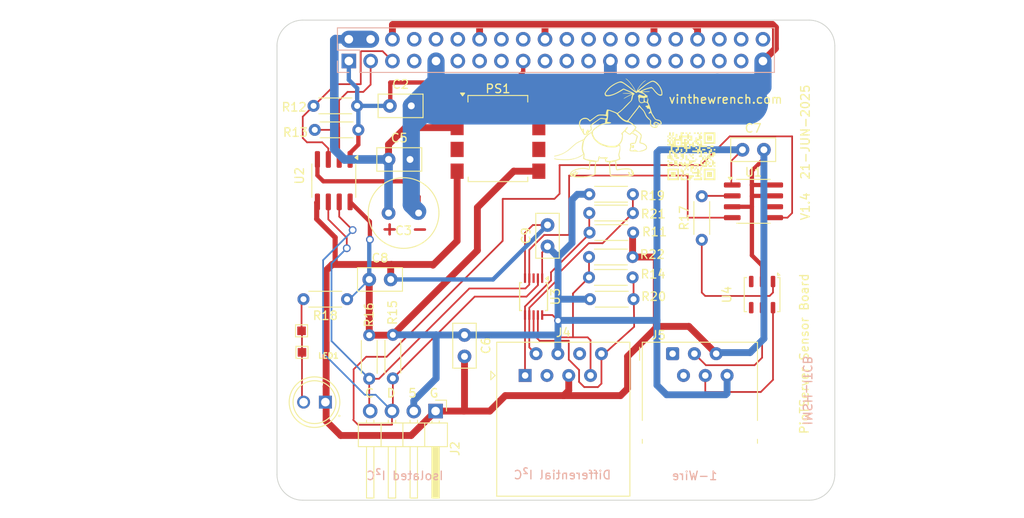
<source format=kicad_pcb>
(kicad_pcb (version 20241229) (generator "pcbnew") (generator_version "9.0")
  (title_block (date "15 nov 2012"))
  (layers (0 "F.Cu" signal) (2 "B.Cu" signal) (13 "F.Paste" user) (15 "B.Paste" user) (5 "F.SilkS" user "F.Silkscreen") (7 "B.SilkS" user "B.Silkscreen") (1 "F.Mask" user) (3 "B.Mask" user) (25 "Edge.Cuts" user))
  (net 0 "")
  (net 1 "GND")
  (net 2 "/GPIO2{slash}SDA1")
  (net 3 "/GPIO3{slash}SCL1")
  (net 4 "/GPIO4{slash}GPCLK0")
  (net 5 "/GPIO14{slash}TXD0")
  (net 6 "/GPIO15{slash}RXD0")
  (net 7 "/GPIO17")
  (net 8 "/GPIO18{slash}PCM.CLK")
  (net 9 "/GPIO27")
  (net 10 "/GPIO22")
  (net 11 "/GPIO23")
  (net 12 "/GPIO24")
  (net 13 "/GPIO10{slash}SPI0.MOSI")
  (net 14 "/GPIO9{slash}SPI0.MISO")
  (net 15 "/GPIO25")
  (net 16 "/GPIO11{slash}SPI0.SCLK")
  (net 17 "/GPIO8{slash}SPI0.CE0")
  (net 18 "/GPIO7{slash}SPI0.CE1")
  (net 19 "/ID_SDA")
  (net 20 "/ID_SCL")
  (net 21 "/GPIO5")
  (net 22 "/GPIO6")
  (net 23 "/GPIO12{slash}PWM0")
  (net 24 "/GPIO13{slash}PWM1")
  (net 25 "/GPIO19{slash}PCM.FS")
  (net 26 "/GPIO16")
  (net 27 "/GPIO26")
  (net 28 "/GPIO20{slash}PCM.DIN")
  (net 29 "/GPIO21{slash}PCM.DOUT")
  (net 30 "+5V")
  (net 31 "+3V3")
  (net 32 "ISO GND")
  (net 33 "ISO +5V")
  (net 34 "/ISO SDA")
  (net 35 "/ISO SCL")
  (net 36 "/OW")
  (net 37 "/RT")
  (net 38 "/SCL+")
  (net 41 "/SCL-")
  (net 42 "/SDA-")
  (net 43 "/SDA+")
  (net 51 "Net-(U1-IO)")
  (net 53 "Net-(U4-P$1)")
  (net 56 "Net-(LED1-PadA)")
  (footprint "MountingHole:MountingHole_2.7mm_M2.5" (layer "F.Cu") (at 161.5 47.5)
    (property "Reference" "MH2" (hide yes))
    (property "Value" "MountingHole_2.7mm_M2.5" (hide yes))
  )
  (footprint "Resistor_THT:R_Axial_DIN0204_L3.6mm_D1.6mm_P5.08mm_Horizontal" (layer "F.Cu") (at 149.5 69.62 90)
    (property "Reference" "R17")
    (property "Value" "100")
  )
  (footprint "TestPoint:TestPoint_Pad_1.0x1.0mm" (layer "F.Cu") (at 102.86 80.24)
    (property "Reference" "TP1" (hide yes))
    (property "Value" "TestPoint_Small")
  )
  (footprint "Capacitor_THT:C_Disc_D5.0mm_W2.5mm_P2.50mm" (layer "F.Cu") (at 121.85 80.725 -90)
    (property "Reference" "C6")
    (property "Value" "0.1uf")
  )
  (footprint "Capacitor_THT:C_Disc_D5.0mm_W2.5mm_P2.50mm" (layer "F.Cu") (at 154.24 59.12)
    (property "Reference" "C7")
    (property "Value" "0.1uf")
  )
  (footprint "Package_SO:SSO-8_6.7x9.8mm_P2.54mm_Clearance8mm" (layer "F.Cu") (at 125.75 57.81)
    (property "Reference" "PS1")
    (property "Value" "RECOM R1SE-05050")
  )
  (footprint "" (layer "F.Cu") (at 161.5 70.21)
    (property "Reference" "")
    (property "Value" "")
  )
  (footprint "Resistor_THT:R_Axial_DIN0204_L3.6mm_D1.6mm_P5.08mm_Horizontal" (layer "F.Cu") (at 113.5 80.71 -90)
    (property "Reference" "R15")
    (property "Value" "4.7k")
  )
  (footprint "Resistor_THT:R_Axial_DIN0204_L3.6mm_D1.6mm_P5.08mm_Horizontal" (layer "F.Cu") (at 109.34 54 180)
    (property "Reference" "R12")
    (property "Value" "4.7k")
  )
  (footprint "Connector_RJ:RJ12_Amphenol_54601-x06_Horizontal" (layer "F.Cu") (at 146.1 82.91)
    (property "Reference" "J5")
    (property "Value" "RJ12")
  )
  (footprint "Capacitor_THT:C_Disc_D5.0mm_W2.5mm_P2.50mm" (layer "F.Cu") (at 110.75 74.25)
    (property "Reference" "C8")
    (property "Value" "0.1uf")
  )
  (footprint "Capacitor_THT:C_Disc_D5.0mm_W2.5mm_P2.50mm" (layer "F.Cu") (at 113 60.25)
    (property "Reference" "C5")
    (property "Value" "0.1uf")
  )
  (footprint "LOGO" (layer "F.Cu") (at 148.29 59.88 180)
    (property "Reference" "G***" (hide yes))
    (property "Value" "LOGO" (hide yes))
  )
  (footprint "MountingHole:MountingHole_2.7mm_M2.5" (layer "F.Cu") (at 103.5 96.5)
    (property "Reference" "MH3" (hide yes))
    (property "Value" "MountingHole_2.7mm_M2.5" (hide yes))
  )
  (footprint "Connector_PinHeader_2.54mm:PinHeader_1x04_P2.54mm_Horizontal" (layer "F.Cu") (at 118.48 89.6 -90)
    (property "Reference" "J2")
    (property "Value" "nodeLync")
  )
  (footprint "MountingHole:MountingHole_2.7mm_M2.5" (layer "F.Cu") (at 103.5 47.5)
    (property "Reference" "MH1" (hide yes))
    (property "Value" "MountingHole_2.7mm_M2.5" (hide yes))
  )
  (footprint "Resistor_THT:R_Axial_DIN0204_L3.6mm_D1.6mm_P5.08mm_Horizontal" (layer "F.Cu") (at 136.36 71.63)
    (property "Reference" "R22")
    (property "Value" "390")
  )
  (footprint "" (layer "F.Cu") (at 103.5 70.52)
    (property "Reference" "")
    (property "Value" "")
  )
  (footprint "Resistor_THT:R_Axial_DIN0204_L3.6mm_D1.6mm_P5.08mm_Horizontal" (layer "F.Cu") (at 141.44 74.01 180)
    (property "Reference" "R14")
    (property "Value" "100")
  )
  (footprint "Resistor_THT:R_Axial_DIN0204_L3.6mm_D1.6mm_P5.08mm_Horizontal" (layer "F.Cu") (at 141.47 66.5 180)
    (property "Reference" "R11")
    (property "Value" "100")
  )
  (footprint "Capacitor_THT:C_Disc_D5.0mm_W2.5mm_P2.50mm" (layer "F.Cu") (at 113.15 54)
    (property "Reference" "C2")
    (property "Value" "100n")
  )
  (footprint "Resistor_THT:R_Axial_DIN0204_L3.6mm_D1.6mm_P5.08mm_Horizontal" (layer "F.Cu") (at 108.165 76.55 180)
    (property "Reference" "R18")
    (property "Value" "160")
  )
  (footprint "Package_SO:SOIC-8_3.9x4.9mm_P1.27mm" (layer "F.Cu") (at 106.615 62.725 -90)
    (property "Reference" "U2")
    (property "Value" "ISO1541")
  )
  (footprint "Resistor_THT:R_Axial_DIN0204_L3.6mm_D1.6mm_P5.08mm_Horizontal" (layer "F.Cu") (at 136.47 76.55)
    (property "Reference" "R20")
    (property "Value" "390")
  )
  (footprint "Resistor_THT:R_Axial_DIN0204_L3.6mm_D1.6mm_P5.08mm_Horizontal" (layer "F.Cu") (at 136.42 68.78)
    (property "Reference" "R21")
    (property "Value" "390")
  )
  (footprint "MountingHole:MountingHole_2.7mm_M2.5" (layer "F.Cu") (at 161.5 96.5)
    (property "Reference" "MH4" (hide yes))
    (property "Value" "MountingHole_2.7mm_M2.5" (hide yes))
  )
  (footprint "Resistor_THT:R_Axial_DIN0204_L3.6mm_D1.6mm_P5.08mm_Horizontal" (layer "F.Cu") (at 110.75 80.75 -90)
    (property "Reference" "R16")
    (property "Value" "4.7k")
  )
  (footprint "TestPoint:TestPoint_Pad_1.0x1.0mm" (layer "F.Cu") (at 102.91 82.75)
    (property "Reference" "TP2" (hide yes))
    (property "Value" "TestPoint_Small")
  )
  (footprint "Capacitor_THT:C_Disc_D5.0mm_W2.5mm_P2.50mm" (layer "F.Cu") (at 131.525 70.4 90)
    (property "Reference" "C9")
    (property "Value" "0.1uf")
  )
  (footprint "Package_SO:TSSOP-10_3x3mm_P0.5mm" (layer "F.Cu") (at 129.9 76.25 -90)
    (property "Reference" "U3")
    (property "Value" "PCA9615DP")
  )
  (footprint "Resistor_THT:R_Axial_DIN0204_L3.6mm_D1.6mm_P5.08mm_Horizontal" (layer "F.Cu") (at 109.48 56.8 180)
    (property "Reference" "R13")
    (property "Value" "4.7k")
  )
  (footprint "Package_SO_J-Lead:TSOC-6_3.76x3.94mm_P1.27mm" (layer "F.Cu") (at 156.53 76.015 -90)
    (property "Reference" "U4")
    (property "Value" "DS9503P")
  )
  (footprint "Capacitor_THT:C_Radial_D8.0mm_H11.5mm_P3.50mm" (layer "F.Cu") (at 113 66.5)
    (property "Reference" "C3")
    (property "Value" "6.8uf")
  )
  (footprint "Package_SO:SOIC-8_3.9x4.9mm_P1.27mm" (layer "F.Cu") (at 155.525 65.135)
    (property "Reference" "U1")
    (property "Value" "DS2482S-100_")
  )
  (footprint "AARDVARK:aard1" (layer "F.Cu") (at 138.65 56.64)
    (property "Reference" "X" (hide yes))
    (property "Value" "LOGO" (hide yes))
  )
  (footprint "WP7113ID:LED_WP7113ID" (layer "F.Cu") (at 104.37 88.56 180)
    (property "Reference" "LED1")
    (property "Value" "WP7113ID")
  )
  (footprint "Resistor_THT:R_Axial_DIN0204_L3.6mm_D1.6mm_P5.08mm_Horizontal" (layer "F.Cu") (at 136.39 64.31)
    (property "Reference" "R19")
    (property "Value" "390")
  )
  (footprint "Connector_RJ:RJ45_Amphenol_54602-x08_Horizontal" (layer "F.Cu") (at 128.9175 85.45)
    (property "Reference" "J4")
    (property "Value" "RJ45")
  )
  (footprint "Connector_PinSocket_2.54mm:PinSocket_2x20_P2.54mm_Vertical" (layer "B.Cu") (at 108.37 48.77 -90)
    (property "Reference" "J1" (hide yes))
    (property "Value" "GPIO" (hide yes))
  )
  (gr_line (start 141.62 79.77) (end 141.58 76.54) (stroke (width 0.2)) (layer "F.Cu") (net 43))
  (gr_line (start 138.21 82.84) (end 141.62 79.77) (stroke (width 0.2)) (layer "F.Cu") (net 43))
  (gr_arc (start 162 44) (mid 164.12132 44.87868) (end 165 47) (stroke (width 0.1)) (layer "Edge.Cuts"))
  (gr_line (start 165 97) (end 165 47) (stroke (width 0.1)) (layer "Edge.Cuts"))
  (gr_arc (start 103 100) (mid 100.87868 99.12132) (end 100 97) (stroke (width 0.1)) (layer "Edge.Cuts"))
  (gr_line (start 103 100) (end 162 100) (stroke (width 0.1)) (layer "Edge.Cuts"))
  (gr_arc (start 165 97) (mid 164.12132 99.12132) (end 162 100) (stroke (width 0.1)) (layer "Edge.Cuts"))
  (gr_arc (start 100 47) (mid 100.87868 44.87868) (end 103 44) (stroke (width 0.1)) (layer "Edge.Cuts"))
  (gr_line (start 100 47) (end 100 97) (stroke (width 0.1)) (layer "Edge.Cuts"))
  (gr_line (start 162 44) (end 103 44) (stroke (width 0.1)) (layer "Edge.Cuts"))
  (gr_text "+" (at 112 69.18 0) (layer "F.Cu") (effects (font (size 1.5 1.5) (thickness 0.3) (bold yes)) (justify left bottom)))
  (gr_text "-" (at 115.53 69.2 0) (layer "F.Cu") (effects (font (size 1.5 1.5) (thickness 0.3) (bold yes)) (justify left bottom)))
  (gr_text "V1.4  21-JUN-2025\n" (at 162.15 67.44 90) (layer "F.SilkS") (effects (font (size 1 1)) (justify left bottom)))
  (gr_text "vinthewrench.com" (at 145.56 53.82 0) (layer "F.SilkS") (effects (font (size 1 1)) (justify left bottom)))
  (gr_text " C  D  5  G" (at 109.41 88.1 0) (layer "F.SilkS") (effects (font (size 1 1)) (justify left bottom)))
  (gr_text "PioTServer Sensor Board" (at 162.025 92.375 90) (layer "F.SilkS") (effects (font (size 1 1)) (justify left bottom)))
  (gr_text "Isolated I²C " (at 119.48 97.73 0) (layer "B.SilkS") (effects (font (size 1 1)) (justify left bottom mirror)))
  (gr_text "Differential I²C " (at 139.02 97.64 0) (layer "B.SilkS") (effects (font (size 1 1)) (justify left bottom mirror)))
  (gr_text "1-Wire" (at 151.4 97.73 0) (layer "B.SilkS") (effects (font (size 1 1)) (justify left bottom mirror)))
  (gr_text "IMSH-ITCB" (at 161.2 91.35 -90) (layer "B.SilkS") (effects (font (size 1 1)) (justify left bottom mirror)))
  (segment (start 105.4 62.8) (end 114.7 62.8) (width 0.5) (layer "F.Cu") (net 1))
  (segment (start 123.5 44.5) (end 131.25 44.5) (width 0.8) (layer "F.Cu") (net 1))
  (segment (start 148.5 44.5) (end 149.01 45.01) (width 0.8) (layer "F.Cu") (net 1))
  (segment (start 123.61 46.23) (end 123.61 44.61) (width 0.8) (layer "F.Cu") (net 1))
  (segment (start 131.25 44.5) (end 143.75 44.5) (width 0.8) (layer "F.Cu") (net 1))
  (segment (start 149.01 45.01) (end 149.01 46.23) (width 0.8) (layer "F.Cu") (net 1))
  (segment (start 143.93 46.23) (end 143.93 44.68) (width 0.8) (layer "F.Cu") (net 1))
  (segment (start 116.5 64.6) (end 116.5 66.5) (width 0.5) (layer "F.Cu") (net 1))
  (segment (start 157.726012 44.5) (end 148.5 44.5) (width 0.8) (layer "F.Cu") (net 1))
  (segment (start 115.65 54) (end 120.99 54) (width 0.8) (layer "F.Cu") (net 1))
  (segment (start 123.61 44.61) (end 123.5 44.5) (width 0.8) (layer "F.Cu") (net 1))
  (segment (start 104.71 61.224999) (end 104.71 62.11) (width 0.5) (layer "F.Cu") (net 1))
  (segment (start 113.45 44.55) (end 113.5 44.5) (width 0.8) (layer "F.Cu") (net 1))
  (segment (start 143.93 44.68) (end 143.75 44.5) (width 0.8) (layer "F.Cu") (net 1))
  (segment (start 113.45 46.23) (end 113.45 44.55) (width 0.8) (layer "F.Cu") (net 1))
  (segment (start 131.23 44.52) (end 131.25 44.5) (width 0.8) (layer "F.Cu") (net 1))
  (segment (start 143.75 44.5) (end 148.5 44.5) (width 0.8) (layer "F.Cu") (net 1))
  (segment (start 156.63 48.77) (end 158.081 47.319) (width 0.8) (layer "F.Cu") (net 1))
  (segment (start 104.71 60.25) (end 104.71 61.224999) (width 0.2) (layer "F.Cu") (net 1))
  (segment (start 114.7 62.8) (end 116.5 64.6) (width 0.5) (layer "F.Cu") (net 1))
  (segment (start 158.081 47.319) (end 158.081 44.854988) (width 0.8) (layer "F.Cu") (net 1))
  (segment (start 113.5 44.5) (end 123.5 44.5) (width 0.8) (layer "F.Cu") (net 1))
  (segment (start 131.23 46.23) (end 131.23 44.52) (width 0.8) (layer "F.Cu") (net 1))
  (segment (start 158.081 44.854988) (end 157.726012 44.5) (width 0.8) (layer "F.Cu") (net 1))
  (segment (start 104.71 62.11) (end 105.4 62.8) (width 0.5) (layer "F.Cu") (net 1))
  (segment (start 118.75 51.25) (end 151.3 51.25) (width 2) (layer "B.Cu") (net 1))
  (segment (start 118.75 51.25) (end 118.53 51.03) (width 2) (layer "B.Cu") (net 1))
  (segment (start 115.65 56.425) (end 115.65 65.55) (width 2) (layer "B.Cu") (net 1))
  (segment (start 151.3 51.25) (end 156.01 51.25) (width 2) (layer "B.Cu") (net 1))
  (segment (start 152.9 51.25) (end 151.3 51.25) (width 0.2) (layer "B.Cu") (net 1))
  (segment (start 156.63 50.63) (end 156.63 48.77) (width 2) (layer "B.Cu") (net 1))
  (segment (start 118.4 51.25) (end 115.65 54) (width 2) (layer "B.Cu") (net 1))
  (segment (start 156.63 51.78) (end 154.735 53.675) (width 2) (layer "B.Cu") (net 1))
  (segment (start 115.65 65.55) (end 116.4 66.3) (width 2) (layer "B.Cu") (net 1))
  (segment (start 156.63 50.63) (end 156.63 51.78) (width 2) (layer "B.Cu") (net 1))
  (segment (start 156.01 51.25) (end 156.63 50.63) (width 2) (layer "B.Cu") (net 1))
  (segment (start 118.53 51.03) (end 118.53 48.77) (width 2) (layer "B.Cu") (net 1))
  (segment (start 115.65 56.425) (end 116.8 55.275) (width 2) (layer "B.Cu") (net 1))
  (segment (start 118.75 51.25) (end 118.4 51.25) (width 2) (layer "B.Cu") (net 1))
  (segment (start 138.85 48.77) (end 138.85 51.1) (width 1.5) (layer "B.Cu") (net 1))
  (segment (start 116.8 55.275) (end 117.55 54.525) (width 2) (layer "B.Cu") (net 1))
  (segment (start 115.65 54) (end 115.65 56.425) (width 2) (layer "B.Cu") (net 1))
  (segment (start 154.735 53.675) (end 118.4 53.675) (width 5) (layer "B.Cu") (net 1))
  (segment (start 107.235 56.5) (end 107.235 53.355) (width 0.2) (layer "F.Cu") (net 2))
  (segment (start 107.235 53.355) (end 108.22 52.37) (width 0.2) (layer "F.Cu") (net 2))
  (segment (start 107.235 56.8) (end 104.4 56.8) (width 0.2) (layer "F.Cu") (net 2))
  (segment (start 107.25 59.75) (end 107.25 56.515) (width 0.2) (layer "F.Cu") (net 2))
  (segment (start 107.235 56.5) (end 107.235 56.8) (width 0.2) (layer "F.Cu") (net 2))
  (segment (start 108.22 52.37) (end 110.06 52.37) (width 0.2) (layer "F.Cu") (net 2))
  (segment (start 110.06 52.37) (end 110.91 51.52) (width 0.2) (layer "F.Cu") (net 2))
  (segment (start 107.25 56.515) (end 107.235 56.5) (width 0.2) (layer "F.Cu") (net 2))
  (segment (start 110.91 51.52) (end 110.91 48.77) (width 0.2) (layer "F.Cu") (net 2))
  (segment (start 105.98 58.966372) (end 105.263628 58.25) (width 0.2) (layer "F.Cu") (net 3))
  (segment (start 112.299 47.619) (end 113.45 48.77) (width 0.2) (layer "F.Cu") (net 3))
  (segment (start 104.26 54) (end 103 55.26) (width 0.2) (layer "F.Cu") (net 3))
  (segment (start 103 55.26) (end 103 57.75) (width 0.2) (layer "F.Cu") (net 3))
  (segment (start 104.26 54) (end 104.3 54) (width 0.2) (layer "F.Cu") (net 3))
  (segment (start 109.851 47.619) (end 112.299 47.619) (width 0.2) (layer "F.Cu") (net 3))
  (segment (start 109.759 47.711) (end 109.851 47.619) (width 0.2) (layer "F.Cu") (net 3))
  (segment (start 104.3 54) (end 106.83 51.47) (width 0.2) (layer "F.Cu") (net 3))
  (segment (start 106.83 51.47) (end 109.759 51.47) (width 0.2) (layer "F.Cu") (net 3))
  (segment (start 105.98 59.75) (end 105.98 58.966372) (width 0.2) (layer "F.Cu") (net 3))
  (segment (start 105.263628 58.25) (end 103.5 58.25) (width 0.2) (layer "F.Cu") (net 3))
  (segment (start 103.5 58.25) (end 103 57.75) (width 0.2) (layer "F.Cu") (net 3))
  (segment (start 109.759 51.47) (end 109.759 47.711) (width 0.2) (layer "F.Cu") (net 3))
  (segment (start 120.99 56.54) (end 114.96 56.54) (width 0.8) (layer "F.Cu") (net 30))
  (segment (start 114.96 56.54) (end 113 58.5) (width 0.8) (layer "F.Cu") (net 30))
  (segment (start 113 58.5) (end 113 60.25) (width 0.8) (layer "F.Cu") (net 30))
  (segment (start 113 60.25) (end 113 66.5) (width 1) (layer "B.Cu") (net 30))
  (segment (start 106.675 46.325) (end 106.675 59.075) (width 1) (layer "B.Cu") (net 30))
  (segment (start 108.37 46.23) (end 106.83 46.23) (width 1) (layer "B.Cu") (net 30))
  (segment (start 106.8 46.2) (end 106.675 46.325) (width 1) (layer "B.Cu") (net 30))
  (segment (start 108.37 46.23) (end 110.91 46.23) (width 2) (layer "B.Cu") (net 30))
  (segment (start 106.675 59.075) (end 107.85 60.25) (width 1) (layer "B.Cu") (net 30))
  (segment (start 107.85 60.25) (end 113 60.25) (width 1) (layer "B.Cu") (net 30))
  (segment (start 109.48 58.52) (end 108.505 59.495) (width 0.5) (layer "F.Cu") (net 31))
  (segment (start 113.2 51.275) (end 113.2 53.95) (width 0.5) (layer "F.Cu") (net 31))
  (segment (start 109.48 56.8) (end 109.48 58.52) (width 0.5) (layer "F.Cu") (net 31))
  (segment (start 113.2 53.95) (end 113.15 54) (width 0.2) (layer "F.Cu") (net 31))
  (segment (start 128.69 48.77) (end 128.69 50.035) (width 0.5) (layer "F.Cu") (net 31))
  (segment (start 127.45 51.275) (end 113.2 51.275) (width 0.5) (layer "F.Cu") (net 31))
  (segment (start 128.69 50.035) (end 127.45 51.275) (width 0.5) (layer "F.Cu") (net 31))
  (segment (start 109.48 56.8) (end 109.48 54.14) (width 0.5) (layer "B.Cu") (net 31))
  (segment (start 108.37 50.97) (end 108.37 48.77) (width 0.5) (layer "B.Cu") (net 31))
  (segment (start 109.48 54.14) (end 109.34 54) (width 0.5) (layer "B.Cu") (net 31))
  (segment (start 109.34 54) (end 109.34 51.94) (width 0.5) (layer "B.Cu") (net 31))
  (segment (start 109.34 54) (end 113.15 54) (width 0.5) (layer "B.Cu") (net 31))
  (segment (start 109.34 51.94) (end 108.37 50.97) (width 0.5) (layer "B.Cu") (net 31))
  (segment (start 151.18 82.91) (end 147.995 79.725) (width 0.8) (layer "F.Cu") (net 32))
  (segment (start 155.342093 64.54) (end 155.342093 65.77) (width 0.5) (layer "F.Cu") (net 32))
  (segment (start 143.9325 80.1425) (end 144.35 79.725) (width 0.8) (layer "F.Cu") (net 32))
  (segment (start 144.2 71.63) (end 141.44 71.63) (width 0.8) (layer "F.Cu") (net 32))
  (segment (start 118.175 72.575) (end 118.1 72.5) (width 0.8) (layer "F.Cu") (net 32))
  (segment (start 118.48 89.6) (end 115.63 92.45) (width 0.8) (layer "F.Cu") (net 32))
  (segment (start 129.815686 67.9) (end 131.525 67.9) (width 0.2) (layer "F.Cu") (net 32))
  (segment (start 105.725 86.72495) (end 105.755 86.69495) (width 0.8) (layer "F.Cu") (net 32))
  (segment (start 140.025 87.8) (end 140.85 86.975) (width 0.8) (layer "F.Cu") (net 32))
  (segment (start 120.99 69.76) (end 120.99 61.62) (width 0.8) (layer "F.Cu") (net 32))
  (segment (start 156.74 60.18) (end 156.74 59.12) (width 0.5) (layer "F.Cu") (net 32))
  (segment (start 121.85 89.525) (end 121.85 83.225) (width 0.8) (layer "F.Cu") (net 32))
  (segment (start 105.755 86.69495) (end 105.755 86.11505) (width 0.8) (layer "F.Cu") (net 32))
  (segment (start 155.382093 64.5) (end 155.342093 64.54) (width 0.2) (layer "F.Cu") (net 32))
  (segment (start 144.2 79.875) (end 143.9325 80.1425) (width 0.8) (layer "F.Cu") (net 32))
  (segment (start 124.8 89.6) (end 126.6 87.8) (width 0.8) (layer "F.Cu") (net 32))
  (segment (start 104.625 65.285) (end 104.625 67.2) (width 0.6) (layer "F.Cu") (net 32))
  (segment (start 147.995 79.725) (end 144.35 79.725) (width 0.8) (layer "F.Cu") (net 32))
  (segment (start 105.725 73.204118) (end 105.974559 72.954559) (width 0.8) (layer "F.Cu") (net 32))
  (segment (start 155.342093 64.54) (end 155.342093 61.577907) (width 0.5) (layer "F.Cu") (net 32))
  (segment (start 140.85 83.225) (end 143.9325 80.1425) (width 0.8) (layer "F.Cu") (net 32))
  (segment (start 141.44 71.63) (end 141.44 68.84) (width 0.8) (layer "F.Cu") (net 32))
  (segment (start 158 64.5) (end 155.382093 64.5) (width 0.5) (layer "F.Cu") (net 32))
  (segment (start 156.53 72.63) (end 156.53 74.49) (width 0.5) (layer "F.Cu") (net 32))
  (segment (start 118.48 89.6) (end 121.775 89.6) (width 0.8) (layer "F.Cu") (net 32))
  (segment (start 141.44 68.84) (end 141.5 68.78) (width 0.8) (layer "F.Cu") (net 32))
  (segment (start 155.342093 61.577907) (end 156.74 60.18) (width 0.5) (layer "F.Cu") (net 32))
  (segment (start 155.342093 71.442093) (end 156.53 72.63) (width 0.5) (layer "F.Cu") (net 32))
  (segment (start 155.342093 65.77) (end 153.05 65.77) (width 0.5) (layer "F.Cu") (net 32))
  (segment (start 140.85 86.975) (end 140.85 83.225) (width 0.8) (layer "F.Cu") (net 32))
  (segment (start 133.4 87.8) (end 133.9975 87.2025) (width 0.8) (layer "F.Cu") (net 32))
  (segment (start 133.9975 87.2025) (end 133.9975 85.5) (width 0.8) (layer "F.Cu") (net 32))
  (segment (start 104.71 65.2) (end 104.625 65.285) (width 0.6) (layer "F.Cu") (net 32))
  (segment (start 106.775 72.154118) (end 105.974559 72.954559) (width 0.6) (layer "F.Cu") (net 32))
  (segment (start 158 63.23) (end 155.325 63.23) (width 0.5) (layer "F.Cu") (net 32))
  (segment (start 105.755 86.11505) (end 105.725 86.08505) (width 0.8) (layer "F.Cu") (net 32))
  (segment (start 104.625 67.2) (end 106.775 69.35) (width 0.6) (layer "F.Cu") (net 32))
  (segment (start 107.425 92.45) (end 105.725 90.75) (width 0.8) (layer "F.Cu") (net 32))
  (segment (start 118.1 72.5) (end 113.325 72.5) (width 0.8) (layer "F.Cu") (net 32))
  (segment (start 105.725 90.75) (end 105.725 86.72495) (width 0.8) (layer "F.Cu") (net 32))
  (segment (start 144.2 71.63) (end 144.2 79.875) (width 0.8) (layer "F.Cu") (net 32))
  (segment (start 106.775 69.35) (end 106.775 72.154118) (width 0.6) (layer "F.Cu") (net 32))
  (segment (start 133.4 87.8) (end 140.025 87.8) (width 0.8) (layer "F.Cu") (net 32))
  (segment (start 115.63 92.45) (end 107.425 92.45) (width 0.8) (layer "F.Cu") (net 32))
  (segment (start 155.342093 65.77) (end 155.342093 71.442093) (width 0.5) (layer "F.Cu") (net 32))
  (segment (start 113.25 72.575) (end 113.25 74.25) (width 0.8) (layer "F.Cu") (net 32))
  (segment (start 128.9 68.815686) (end 129.815686 67.9) (width 0.2) (layer "F.Cu") (net 32))
  (segment (start 106.429118 72.5) (end 105.974559 72.954559) (width 0.8) (layer "F.Cu") (net 32))
  (segment (start 113.325 72.5) (end 113.25 72.575) (width 0.8) (layer "F.Cu") (net 32))
  (segment (start 121.775 89.6) (end 121.85 89.525) (width 0.8) (layer "F.Cu") (net 32))
  (segment (start 126.6 87.8) (end 133.4 87.8) (width 0.8) (layer "F.Cu") (net 32))
  (segment (start 118.175 72.575) (end 120.99 69.76) (width 0.8) (layer "F.Cu") (net 32))
  (segment (start 121.775 89.6) (end 124.8 89.6) (width 0.8) (layer "F.Cu") (net 32))
  (segment (start 105.725 86.08505) (end 105.725 73.204118) (width 0.8) (layer "F.Cu") (net 32))
  (segment (start 113.325 72.5) (end 106.429118 72.5) (width 0.8) (layer "F.Cu") (net 32))
  (segment (start 128.9 74.1) (end 128.9 68.815686) (width 0.2) (layer "F.Cu") (net 32))
  (segment (start 151.18 82.91) (end 151.18 82.78) (width 0.8) (layer "B.Cu") (net 32))
  (segment (start 155.12 82.78) (end 156.74 81.16) (width 0.8) (layer "B.Cu") (net 32))
  (segment (start 151.18 82.78) (end 155.12 82.78) (width 0.8) (layer "B.Cu") (net 32))
  (segment (start 125.175 74.25) (end 131.525 67.9) (width 0.5) (layer "B.Cu") (net 32))
  (segment (start 113.25 74.25) (end 125.175 74.25) (width 0.5) (layer "B.Cu") (net 32))
  (segment (start 156.74 81.16) (end 156.74 59.12) (width 0.8) (layer "B.Cu") (net 32))
  (segment (start 127.62 61.62) (end 130.51 61.62) (width 0.8) (layer "F.Cu") (net 33))
  (segment (start 110.75 80.75) (end 113.46 80.75) (width 0.8) (layer "F.Cu") (net 33))
  (segment (start 113.46 80.75) (end 113.5 80.71) (width 0.5) (layer "F.Cu") (net 33))
  (segment (start 113.5 80.71) (end 123.35 70.86) (width 0.8) (layer "F.Cu") (net 33))
  (segment (start 127.6 61.6) (end 127.62 61.62) (width 0.5) (layer "F.Cu") (net 33))
  (segment (start 110.75 80.75) (end 110.75 74.25) (width 0.8) (layer "F.Cu") (net 33))
  (segment (start 110.825 67.505) (end 110.825 69.6) (width 0.5) (layer "F.Cu") (net 33))
  (segment (start 130.9 71.1) (end 131.65 70.35) (width 0.2) (layer "F.Cu") (net 33))
  (segment (start 130.9 78.4) (end 132.1 78.4) (width 0.2) (layer "F.Cu") (net 33))
  (segment (start 154.24 59.12) (end 152.94 60.42) (width 0.2) (layer "F.Cu") (net 33))
  (segment (start 152.94 60.42) (end 152.94 63.12) (width 0.2) (layer "F.Cu") (net 33))
  (segment (start 123.35 65.85) (end 127.6 61.6) (width 0.8) (layer "F.Cu") (net 33))
  (segment (start 152.94 63.12) (end 153.05 63.23) (width 0.2) (layer "F.Cu") (net 33))
  (segment (start 132.1 78.4) (end 132.75 79.05) (width 0.2) (layer "F.Cu") (net 33))
  (segment (start 123.35 70.86) (end 123.35 65.85) (width 0.8) (layer "F.Cu") (net 33))
  (segment (start 130.9 74.1) (end 130.9 71.1) (width 0.2) (layer "F.Cu") (net 33))
  (segment (start 108.52 65.2) (end 110.825 67.505) (width 0.5) (layer "F.Cu") (net 33))
  (via (at 110.825 69.6) (size 0.9) (drill 0.6) (layers "F.Cu" "B.Cu") (net 33))
  (via (at 132.75 79.05) (size 0.9) (drill 0.6) (layers "F.Cu" "B.Cu") (net 33))
  (segment (start 115.94 89.6) (end 115.94 88.397919) (width 0.8) (layer "B.Cu") (net 33))
  (segment (start 144.275 79.025) (end 144.275 59.440499) (width 0.8) (layer "B.Cu") (net 33))
  (segment (start 113.5 80.71) (end 118.54396 80.71) (width 0.8) (layer "B.Cu") (net 33))
  (segment (start 135.015 64.31) (end 136.39 64.31) (width 0.8) (layer "B.Cu") (net 33))
  (segment (start 118.54396 80.71) (end 118.54396 85.75396) (width 0.8) (layer "B.Cu") (net 33))
  (segment (start 132.75 80.6775) (end 132.75 76.69) (width 0.8) (layer "B.Cu") (net 33))
  (segment (start 118.54396 80.71) (end 118.55896 80.725) (width 0.8) (layer "B.Cu") (net 33))
  (segment (start 132.7275 80.7) (end 132.75 80.6775) (width 0.8) (layer "B.Cu") (net 33))
  (segment (start 134.38 64.945) (end 135.015 64.31) (width 0.8) (layer "B.Cu") (net 33))
  (segment (start 152.45 85.45) (end 152.45 87.55) (width 0.8) (layer "B.Cu") (net 33))
  (segment (start 132.89 76.55) (end 136.47 76.55) (width 0.8) (layer "B.Cu") (net 33))
  (segment (start 132.75 76.69) (end 132.89 76.55) (width 0.8) (layer "B.Cu") (net 33))
  (segment (start 110.75 69.675) (end 110.825 69.6) (width 0.5) (layer "B.Cu") (net 33))
  (segment (start 118.54396 85.75396) (end 118.54396 85.79396) (width 0.6) (layer "B.Cu") (net 33))
  (segment (start 115.94 88.397919) (end 118.54396 85.79396) (width 0.8) (layer "B.Cu") (net 33))
  (segment (start 144.595499 59.12) (end 154.24 59.12) (width 0.8) (layer "B.Cu") (net 33))
  (segment (start 144.275 59.440499) (end 144.595499 59.12) (width 0.8) (layer "B.Cu") (net 33))
  (segment (start 132.7025 80.725) (end 132.7275 80.7) (width 0.8) (layer "B.Cu") (net 33))
  (segment (start 152.3 87.7) (end 145.4 87.7) (width 0.8) (layer "B.Cu") (net 33))
  (segment (start 132.75 71.625) (end 134.38 69.995) (width 0.8) (layer "B.Cu") (net 33))
  (segment (start 108.8 76.2) (end 108.07 76.2) (width 0.2) (layer "B.Cu") (net 33))
  (segment (start 121.85 80.725) (end 132.7025 80.725) (width 0.8) (layer "B.Cu") (net 33))
  (segment (start 152.45 87.55) (end 152.3 87.7) (width 0.2) (layer "B.Cu") (net 33))
  (segment (start 110.75 74.25) (end 110.75 69.675) (width 0.5) (layer "B.Cu") (net 33))
  (segment (start 132.7275 82.96) (end 132.7275 80.7) (width 0.8) (layer "B.Cu") (net 33))
  (segment (start 132.75 76.69) (end 132.75 71.625) (width 0.8) (layer "B.Cu") (net 33))
  (segment (start 132.75 71.625) (end 131.525 70.4) (width 0.8) (layer "B.Cu") (net 33))
  (segment (start 110.75 74.25) (end 108.8 76.2) (width 0.2) (layer "B.Cu") (net 33))
  (segment (start 118.54396 85.79396) (end 118.54396 80.93104) (width 0.8) (layer "B.Cu") (net 33))
  (segment (start 134.38 69.995) (end 134.38 64.945) (width 0.8) (layer "B.Cu") (net 33))
  (segment (start 145.4 87.7) (end 144.275 86.575) (width 0.8) (layer "B.Cu") (net 33))
  (segment (start 118.55896 80.725) (end 121.85 80.725) (width 0.8) (layer "B.Cu") (net 33))
  (segment (start 132.775 79.025) (end 132.75 79.05) (width 0.8) (layer "B.Cu") (net 33))
  (segment (start 144.275 86.575) (end 144.275 79.025) (width 0.8) (layer "B.Cu") (net 33))
  (segment (start 144.275 79.025) (end 132.775 79.025) (width 0.8) (layer "B.Cu") (net 33))
  (segment (start 113.375 91.2) (end 109.45 91.2) (width 0.2) (layer "F.Cu") (net 34))
  (segment (start 107.25 65.2) (end 107.25 66.921605) (width 0.2) (layer "F.Cu") (net 34))
  (segment (start 113.4 91.175) (end 113.375 91.2) (width 0.2) (layer "F.Cu") (net 34))
  (segment (start 152.75 57.56) (end 149.4 60.91) (width 0.2) (layer "F.Cu") (net 34))
  (segment (start 129.075 76.25) (end 130.4 74.925) (width 0.2) (layer "F.Cu") (net 34))
  (segment (start 126.32 64.85) (end 126.3 64.87) (width 0.2) (layer "F.Cu") (net 34))
  (segment (start 132.93 64.25) (end 132.33 64.85) (width 0.2) (layer "F.Cu") (net 34))
  (segment (start 132.33 64.85) (end 126.32 64.85) (width 0.2) (layer "F.Cu") (net 34))
  (segment (start 126.29 69.71) (end 126.29 69.758044) (width 0.2) (layer "F.Cu") (net 34))
  (segment (start 158 67.04) (end 159.485 67.04) (width 0.2) (layer "F.Cu") (net 34))
  (segment (start 149.4 60.91) (end 132.93 60.91) (width 0.2) (layer "F.Cu") (net 34))
  (segment (start 109.45 91.2) (end 108.875 90.625) (width 0.2) (layer "F.Cu") (net 34))
  (segment (start 112.778044 83.27) (end 110.396525 83.27) (width 0.2) (layer "F.Cu") (net 34))
  (segment (start 132.93 60.91) (end 132.93 64.25) (width 0.2) (layer "F.Cu") (net 34))
  (segment (start 159.485 67.04) (end 160.03 66.495) (width 0.2) (layer "F.Cu") (net 34))
  (segment (start 126.29 69.758044) (end 112.778044 83.27) (width 0.2) (layer "F.Cu") (net 34))
  (segment (start 123.04 76.25) (end 129.075 76.25) (width 0.2) (layer "F.Cu") (net 34))
  (segment (start 110.396525 83.27) (end 108.93 84.736525) (width 0.2) (layer "F.Cu") (net 34))
  (segment (start 130.4 74.925) (end 130.4 74.1) (width 0.2) (layer "F.Cu") (net 34))
  (segment (start 113.5 85.79) (end 123.04 76.25) (width 0.2) (layer "F.Cu") (net 34))
  (segment (start 160.03 66.495) (end 160.03 57.56) (width 0.2) (layer "F.Cu") (net 34))
  (segment (start 113.4 89.6) (end 113.4 91.175) (width 0.2) (layer "F.Cu") (net 34))
  (segment (start 130.4 74.877) (end 130.4 74.1) (width 0.2) (layer "F.Cu") (net 34))
  (segment (start 126.3 64.87) (end 126.3 69.7) (width 0.2) (layer "F.Cu") (net 34))
  (segment (start 160.03 57.56) (end 152.75 57.56) (width 0.2) (layer "F.Cu") (net 34))
  (segment (start 113.5 89.5) (end 113.4 89.6) (width 0.2) (layer "F.Cu") (net 34))
  (segment (start 113.5 85.79) (end 113.5 89.5) (width 0.2) (layer "F.Cu") (net 34))
  (segment (start 108.93 84.736525) (end 108.93 90.53) (width 0.2) (layer "F.Cu") (net 34))
  (segment (start 107.25 66.921605) (end 108.814969 68.486574) (width 0.2) (layer "F.Cu") (net 34))
  (segment (start 126.3 69.7) (end 126.29 69.71) (width 0.2) (layer "F.Cu") (net 34))
  (via (at 108.814969 68.486574) (size 0.9) (drill 0.6) (layers "F.Cu" "B.Cu") (net 34))
  (segment (start 113.4 89.6) (end 111.5 87.7) (width 0.2) (layer "B.Cu") (net 34))
  (segment (start 110.225 87.7) (end 105.375 82.85) (width 0.2) (layer "B.Cu") (net 34))
  (segment (start 111.5 87.7) (end 110.225 87.7) (width 0.2) (layer "B.Cu") (net 34))
  (segment (start 105.375 71.995) (end 108.814969 68.555031) (width 0.2) (layer "B.Cu") (net 34))
  (segment (start 105.375 82.85) (end 105.375 71.995) (width 0.2) (layer "B.Cu") (net 34))
  (segment (start 108.814969 68.555031) (end 108.814969 68.486574) (width 0.2) (layer "B.Cu") (net 34))
  (segment (start 147.86 67.04) (end 153.05 67.04) (width 0.2) (layer "F.Cu") (net 35))
  (segment (start 147.86 62.13) (end 147.86 67.04) (width 0.2) (layer "F.Cu") (net 35))
  (segment (start 134.04 69.06) (end 134.04 62.13) (width 0.2) (layer "F.Cu") (net 35))
  (segment (start 106 65.22) (end 105.999999 65.220001) (width 0.2) (layer "F.Cu") (net 35))
  (segment (start 129.4 74.1) (end 129.4 70.79) (width 0.2) (layer "F.Cu") (net 35))
  (segment (start 108.13 69.39) (end 105.98 67.24) (width 0.2) (layer "F.Cu") (net 35))
  (segment (start 129.4 74.85) (end 128.95 75.3) (width 0.2) (layer "F.Cu") (net 35))
  (segment (start 131.13 69.06) (end 134.04 69.06) (width 0.2) (layer "F.Cu") (net 35))
  (segment (start 110.75 85.83) (end 110.75 89.49) (width 0.2) (layer "F.Cu") (net 35))
  (segment (start 129.4 70.79) (end 131.13 69.06) (width 0.2) (layer "F.Cu") (net 35))
  (segment (start 106 65.22) (end 105.98 65.2) (width 0.5) (layer "F.Cu") (net 35))
  (segment (start 128.95 75.3) (end 122.415686 75.3) (width 0.2) (layer "F.Cu") (net 35))
  (segment (start 105.98 67.24) (end 105.98 65.2) (width 0.2) (layer "F.Cu") (net 35))
  (segment (start 110.75 89.49) (end 110.86 89.6) (width 0.2) (layer "F.Cu") (net 35))
  (segment (start 108.13 70.61) (end 108.13 69.39) (width 0.2) (layer "F.Cu") (net 35))
  (segment (start 134.04 62.13) (end 147.86 62.13) (width 0.2) (layer "F.Cu") (net 35))
  (segment (start 111.885685 85.83) (end 110.75 85.83) (width 0.2) (layer "F.Cu") (net 35))
  (segment (start 129.4 74.1) (end 129.4 74.85) (width 0.2) (layer "F.Cu") (net 35))
  (segment (start 122.415686 75.3) (end 111.885685 85.83) (width 0.2) (layer "F.Cu") (net 35))
  (via (at 108.13 70.61) (size 0.9) (drill 0.6) (layers "F.Cu" "B.Cu") (net 35))
  (segment (start 106.35 72.39) (end 108.13 70.61) (width 0.2) (layer "B.Cu") (net 35))
  (segment (start 106.35 81.43) (end 106.35 72.39) (width 0.2) (layer "B.Cu") (net 35))
  (segment (start 110.75 85.83) (end 106.35 81.43) (width 0.2) (layer "B.Cu") (net 35))
  (segment (start 156.37982 87.375) (end 149.95 87.375) (width 0.2) (layer "F.Cu") (net 36))
  (segment (start 157.8 77.54) (end 157.8 85.95482) (width 0.2) (layer "F.Cu") (net 36))
  (segment (start 157.8 85.95482) (end 156.37982 87.375) (width 0.2) (layer "F.Cu") (net 36))
  (segment (start 149.91 87.335) (end 149.91 85.45) (width 0.2) (layer "F.Cu") (net 36))
  (segment (start 149.95 87.375) (end 149.91 87.335) (width 0.2) (layer "F.Cu") (net 36))
  (segment (start 156.53 83.37) (end 155.65 84.25) (width 0.2) (layer "F.Cu") (net 37))
  (segment (start 155.65 84.25) (end 149.98 84.25) (width 0.2) (layer "F.Cu") (net 37))
  (segment (start 156.53 77.54) (end 156.53 83.37) (width 0.2) (layer "F.Cu") (net 37))
  (segment (start 149.98 84.25) (end 148.64 82.91) (width 0.2) (layer "F.Cu") (net 37))
  (segment (start 137.95 70.02) (end 141.47 66.5) (width 0.2) (layer "F.Cu") (net 38))
  (segment (start 129.4 82.1725) (end 130.1875 82.96) (width 0.2) (layer "F.Cu") (net 38))
  (segment (start 129.4 77.5559) (end 132.45295 74.50295) (width 0.2) (layer "F.Cu") (net 38))
  (segment (start 136.331 70.02) (end 137.95 70.02) (width 0.2) (layer "F.Cu") (net 38))
  (segment (start 132.45295 73.89805) (end 136.331 70.02) (width 0.2) (layer "F.Cu") (net 38))
  (segment (start 141.47 66.5) (end 141.47 64.31) (width 0.2) (layer "F.Cu") (net 38))
  (segment (start 129.4 78.4) (end 129.4 82.1725) (width 0.2) (layer "F.Cu") (net 38))
  (segment (start 132.45295 74.50295) (end 132.45295 73.89805) (width 0.2) (layer "F.Cu") (net 38))
  (segment (start 129.4 78.4) (end 129.4 77.5559) (width 0.2) (layer "F.Cu") (net 38))
  (segment (start 136.39 67.165) (end 136.39 68.95) (width 0.2) (layer "F.Cu") (net 41))
  (segment (start 136.36 67.135) (end 136.39 67.165) (width 0.2) (layer "F.Cu") (net 41))
  (segment (start 128.9 77.4) (end 128.9 78.4) (width 0.2) (layer "F.Cu") (net 41))
  (segment (start 128.9 78.4) (end 128.9 85.4825) (width 0.2) (layer "F.Cu") (net 41))
  (segment (start 131.93 74.37) (end 128.9 77.4) (width 0.2) (layer "F.Cu") (net 41))
  (segment (start 136.39 68.95) (end 131.93 73.41) (width 0.2) (layer "F.Cu") (net 41))
  (segment (start 131.93 73.41) (end 131.93 74.37) (width 0.2) (layer "F.Cu") (net 41))
  (segment (start 136.2 81) (end 136.5375 81.3375) (width 0.2) (layer "F.Cu") (net 42))
  (segment (start 134.49 81) (end 134.49 75.88) (width 0.2) (layer "F.Cu") (net 42))
  (segment (start 136.5375 81.3375) (end 136.5375 85.5) (width 0.2) (layer "F.Cu") (net 42))
  (segment (start 134.49 75.88) (end 136.36 74.01) (width 0.2) (layer "F.Cu") (net 42))
  (segment (start 130.4 80.4) (end 131 81) (width 0.2) (layer "F.Cu") (net 42))
  (segment (start 136.36 71.63) (end 136.36 74.01) (width 0.2) (layer "F.Cu") (net 42))
  (segment (start 134.49 81) (end 136.2 81) (width 0.2) (layer "F.Cu") (net 42))
  (segment (start 131 81) (end 134.49 81) (width 0.2) (layer "F.Cu") (net 42))
  (segment (start 130.4 78.4) (end 130.4 80.4) (width 0.2) (layer "F.Cu") (net 42))
  (segment (start 141.55 76.55) (end 141.55 74.12) (width 0.2) (layer "F.Cu") (net 43))
  (segment (start 141.55 74.12) (end 141.44 74.01) (width 0.2) (layer "F.Cu") (net 43))
  (segment (start 134 81.4) (end 134 83.6) (width 0.2) (layer "F.Cu") (net 43))
  (segment (start 135.8 86.8) (end 137.4 86.8) (width 0.2) (layer "F.Cu") (net 43))
  (segment (start 134 83.6) (end 135.2 84.8) (width 0.2) (layer "F.Cu") (net 43))
  (segment (start 130.6 81.4) (end 134 81.4) (width 0.2) (layer "F.Cu") (net 43))
  (segment (start 129.9 78.4) (end 129.9 80.7) (width 0.2) (layer "F.Cu") (net 43))
  (segment (start 137.8075 86.3925) (end 137.8075 82.96) (width 0.2) (layer "F.Cu") (net 43))
  (segment (start 129.9 80.7) (end 130.6 81.4) (width 0.2) (layer "F.Cu") (net 43))
  (segment (start 135.2 86.2) (end 135.8 86.8) (width 0.2) (layer "F.Cu") (net 43))
  (segment (start 137.4 86.8) (end 137.8075 86.3925) (width 0.2) (layer "F.Cu") (net 43))
  (segment (start 135.2 84.8) (end 135.2 86.2) (width 0.2) (layer "F.Cu") (net 43))
  (segment (start 149.64 64.5) (end 149.5 64.64) (width 0.2) (layer "F.Cu") (net 51))
  (segment (start 153.05 64.5) (end 149.64 64.5) (width 0.2) (layer "F.Cu") (net 51))
  (segment (start 157.8 75.775) (end 157.8 75.175) (width 0.2) (layer "F.Cu") (net 53))
  (segment (start 149.5 75.775) (end 149.9 76.175) (width 0.2) (layer "F.Cu") (net 53))
  (segment (start 149.5 69.62) (end 149.5 75.775) (width 0.2) (layer "F.Cu") (net 53))
  (segment (start 149.9 76.175) (end 157.4 76.175) (width 0.2) (layer "F.Cu") (net 53))
  (segment (start 157.4 76.175) (end 157.8 75.775) (width 0.2) (layer "F.Cu") (net 53))
  (segment (start 102.91 82.75) (end 102.91 88.37) (width 0.2) (layer "F.Cu") (net 56))
  (segment (start 103.1 88.56) (end 102.86 88.32) (width 0.2) (layer "F.Cu") (net 56))
  (segment (start 102.91 80.29) (end 102.86 80.24) (width 0.2) (layer "F.Cu") (net 56))
  (segment (start 102.86 80.24) (end 102.86 76.775) (width 0.2) (layer "F.Cu") (net 56))
  (segment (start 102.91 88.37) (end 103.1 88.56) (width 0.2) (layer "F.Cu") (net 56))
  (segment (start 102.91 82.75) (end 102.91 80.29) (width 0.2) (layer "F.Cu") (net 56))
  (segment (start 102.86 76.775) (end 103.085 76.55) (width 0.2) (layer "F.Cu") (net 56))
)
</source>
